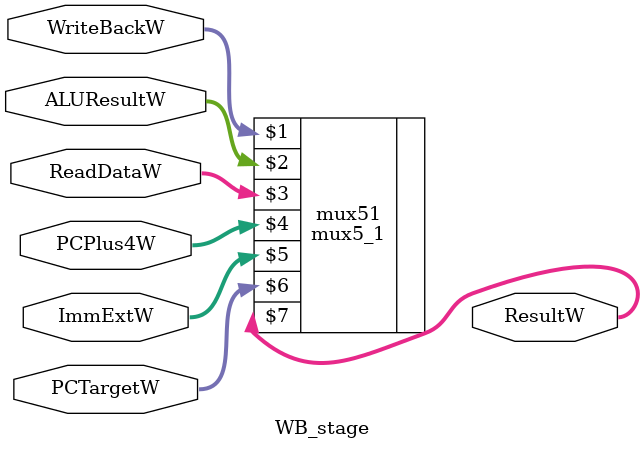
<source format=v>
module WB_stage ( 
	input [2:0] WriteBackW,
	input [31:0] ALUResultW, ReadDataW, PCTargetW, ImmExtW, PCPlus4W,
	output [31:0] ResultW
);
	mux5_1 mux51 (WriteBackW, ALUResultW, ReadDataW, PCPlus4W, ImmExtW, PCTargetW, ResultW);
endmodule 

</source>
